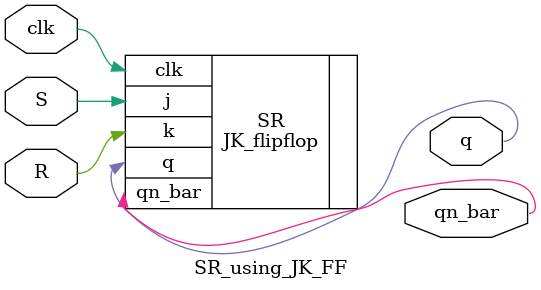
<source format=v>
`timescale 1ns / 1ps


module SR_using_JK_FF(S,R,clk,q,qn_bar);
input S,R,clk; 
output q,qn_bar; 
JK_flipflop SR(.j(S),.k(R),.clk(clk),.q(q),.qn_bar(qn_bar));
endmodule

</source>
